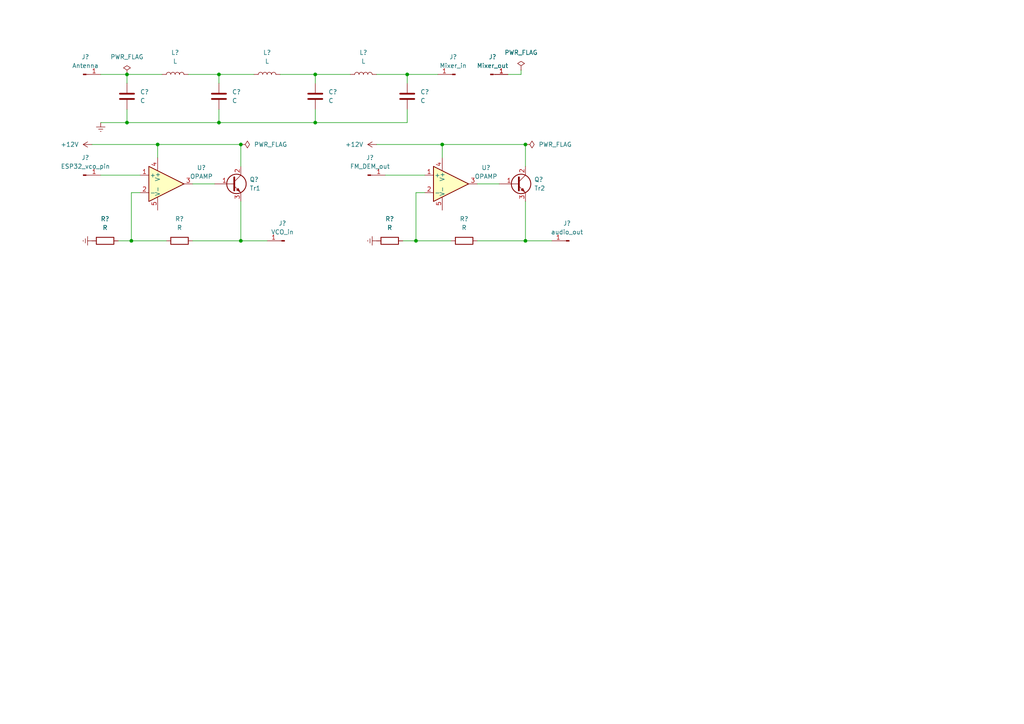
<source format=kicad_sch>
(kicad_sch (version 20211123) (generator eeschema)
  (paper "A4")
  (lib_symbols
    (symbol "Connector:Conn_01x01_Male" (pin_names (offset 1.016) hide)
      (property "Reference" "J" (at 0 2.54 0))
      (property "Value" "Conn_01x01_Male" (at 0 -2.54 0))
      (symbol "Conn_01x01_Male_1_1"
        (polyline (pts (xy 1.27 0) (xy 0.8636 0)) (stroke (width 0.1524)))
        (rectangle (start 0.8636 0.127) (end 0 -0.127) (stroke (width 0.1524)) (fill (type outline)))
        (pin passive line (at 5.08 0 180) (length 3.81) (name "Pin_1") (number "1"))
      )
    )
    (symbol "Device:C" (pin_numbers hide) (pin_names (offset 0.254))
      (property "Reference" "C" (at 0.635 2.54 0))
      (property "Value" "C" (at 0.635 -2.54 0))
      (symbol "C_0_1"
        (polyline (pts (xy -2.032 -0.762) (xy 2.032 -0.762)) (stroke (width 0.508)))
        (polyline (pts (xy -2.032 0.762) (xy 2.032 0.762)) (stroke (width 0.508)))
      )
      (symbol "C_1_1"
        (pin passive line (at 0 3.81 270) (length 2.794) (name "~") (number "1"))
        (pin passive line (at 0 -3.81 90) (length 2.794) (name "~") (number "2"))
      )
    )
    (symbol "Device:L" (pin_numbers hide) (pin_names (offset 1.016) hide)
      (property "Reference" "L" (at -1.27 0 90))
      (property "Value" "L" (at 1.905 0 90))
      (symbol "L_0_1"
        (arc (start 0 -2.54) (mid 0.635 -1.905) (end 0 -1.27))
        (arc (start 0 -1.27) (mid 0.635 -0.635) (end 0 0))
        (arc (start 0 0) (mid 0.635 0.635) (end 0 1.27))
        (arc (start 0 1.27) (mid 0.635 1.905) (end 0 2.54))
      )
      (symbol "L_1_1"
        (pin passive line (at 0 3.81 270) (length 1.27) (name "1") (number "1"))
        (pin passive line (at 0 -3.81 90) (length 1.27) (name "2") (number "2"))
      )
    )
    (symbol "Device:Q_NPN_BCE" (pin_names (offset 0) hide)
      (property "Reference" "Q" (at 5.08 1.27 0))
      (property "Value" "Q_NPN_BCE" (at 5.08 -1.27 0))
      (symbol "Q_NPN_BCE_0_1"
        (polyline (pts (xy 0.635 0.635) (xy 2.54 2.54)))
        (polyline (pts (xy 0.635 -0.635) (xy 2.54 -2.54) (xy 2.54 -2.54)))
        (polyline (pts (xy 0.635 1.905) (xy 0.635 -1.905) (xy 0.635 -1.905)) (stroke (width 0.508)))
        (polyline (pts (xy 1.27 -1.778) (xy 1.778 -1.27) (xy 2.286 -2.286) (xy 1.27 -1.778) (xy 1.27 -1.778)) (fill (type outline)))
        (circle (center 1.27 0) (radius 2.8194) (stroke (width 0.254)))
      )
      (symbol "Q_NPN_BCE_1_1"
        (pin input line (at -5.08 0 0) (length 5.715) (name "B") (number "1"))
        (pin passive line (at 2.54 5.08 270) (length 2.54) (name "C") (number "2"))
        (pin passive line (at 2.54 -5.08 90) (length 2.54) (name "E") (number "3"))
      )
    )
    (symbol "Device:R" (pin_numbers hide) (pin_names (offset 0))
      (property "Reference" "R" (at 2.032 0 90))
      (property "Value" "R" (at 0 0 90))
      (symbol "R_0_1"
        (rectangle (start -1.016 -2.54) (end 1.016 2.54) (stroke (width 0.254)))
      )
      (symbol "R_1_1"
        (pin passive line (at 0 3.81 270) (length 1.27) (name "~") (number "1"))
        (pin passive line (at 0 -3.81 90) (length 1.27) (name "~") (number "2"))
      )
    )
    (symbol "power:+12V" (power) (pin_names (offset 0))
      (property "Value" "+12V" (at 0 3.556 0))
      (symbol "+12V_0_1"
        (polyline (pts (xy -0.762 1.27) (xy 0 2.54)))
        (polyline (pts (xy 0 0) (xy 0 2.54)))
        (polyline (pts (xy 0 2.54) (xy 0.762 1.27)))
      )
      (symbol "+12V_1_1"
        (pin power_in line (at 0 0 90) (length 0) hide (name "+12V") (number "1"))
      )
    )
    (symbol "power:Earth" (power) (pin_names (offset 0))
      (symbol "Earth_0_1"
        (polyline (pts (xy -0.635 -1.905) (xy 0.635 -1.905)))
        (polyline (pts (xy -0.127 -2.54) (xy 0.127 -2.54)))
        (polyline (pts (xy 0 -1.27) (xy 0 0)))
        (polyline (pts (xy 1.27 -1.27) (xy -1.27 -1.27)))
      )
      (symbol "Earth_1_1"
        (pin power_in line (at 0 0 270) (length 0) hide (name "Earth") (number "1"))
      )
    )
    (symbol "power:PWR_FLAG" (power) (pin_numbers hide) (pin_names (offset 0) hide)
      (property "Value" "PWR_FLAG" (at 0 3.81 0))
      (symbol "PWR_FLAG_0_0"
        (pin power_out line (at 0 0 90) (length 0) (name "pwr") (number "1"))
      )
      (symbol "PWR_FLAG_0_1"
        (polyline (pts (xy 0 0) (xy 0 1.27) (xy -1.016 1.905) (xy 0 2.54) (xy 1.016 1.905) (xy 0 1.27)))
      )
    )
    (symbol "pspice:OPAMP" (pin_names (offset 0.254))
      (property "Reference" "U" (at 3.81 3.175 0))
      (property "Value" "OPAMP" (at 3.81 -3.175 0))
      (symbol "OPAMP_0_1"
        (polyline (pts (xy 5.08 0) (xy -5.08 5.08) (xy -5.08 -5.08) (xy 5.08 0)) (stroke (width 0.254)) (fill (type background)))
      )
      (symbol "OPAMP_1_1"
        (pin input line (at -7.62 2.54 0) (length 2.54) (name "+") (number "1"))
        (pin input line (at -7.62 -2.54 0) (length 2.54) (name "-") (number "2"))
        (pin output line (at 7.62 0 180) (length 2.54) (name "~") (number "3"))
        (pin power_in line (at -2.54 7.62 270) (length 3.81) (name "V+") (number "4"))
        (pin power_in line (at -2.54 -7.62 90) (length 3.81) (name "V-") (number "5"))
      )
    )
  )
  (junction (at 63.5 35.56))
  (junction (at 69.85 69.85))
  (junction (at 152.4 41.91))
  (junction (at 91.44 35.56))
  (junction (at 118.11 21.59))
  (junction (at 128.27 41.91))
  (junction (at 120.65 69.85))
  (junction (at 36.83 21.59))
  (junction (at 36.83 35.56))
  (junction (at 152.4 69.85))
  (junction (at 63.5 21.59))
  (junction (at 69.85 41.91))
  (junction (at 91.44 21.59))
  (junction (at 38.1 69.85))
  (junction (at 45.72 41.91))
  (wire (pts (xy 54.61 21.59) (xy 63.5 21.59)))
  (wire (pts (xy 151.13 20.32) (xy 151.13 21.59)))
  (wire (pts (xy 128.27 41.91) (xy 152.4 41.91)))
  (wire (pts (xy 138.43 53.34) (xy 144.78 53.34)))
  (wire (pts (xy 38.1 55.88) (xy 40.64 55.88)))
  (wire (pts (xy 29.21 35.56) (xy 36.83 35.56)))
  (wire (pts (xy 45.72 41.91) (xy 69.85 41.91)))
  (wire (pts (xy 118.11 21.59) (xy 127 21.59)))
  (wire (pts (xy 109.22 41.91) (xy 128.27 41.91)))
  (wire (pts (xy 38.1 69.85) (xy 38.1 55.88)))
  (wire (pts (xy 118.11 35.56) (xy 118.11 31.75)))
  (wire (pts (xy 118.11 21.59) (xy 118.11 24.13)))
  (wire (pts (xy 109.22 21.59) (xy 118.11 21.59)))
  (wire (pts (xy 55.88 53.34) (xy 62.23 53.34)))
  (wire (pts (xy 120.65 69.85) (xy 120.65 55.88)))
  (wire (pts (xy 91.44 21.59) (xy 91.44 24.13)))
  (wire (pts (xy 138.43 69.85) (xy 152.4 69.85)))
  (wire (pts (xy 152.4 41.91) (xy 152.4 48.26)))
  (wire (pts (xy 63.5 21.59) (xy 73.66 21.59)))
  (wire (pts (xy 91.44 31.75) (xy 91.44 35.56)))
  (wire (pts (xy 116.84 69.85) (xy 120.65 69.85)))
  (wire (pts (xy 36.83 21.59) (xy 46.99 21.59)))
  (wire (pts (xy 91.44 21.59) (xy 101.6 21.59)))
  (wire (pts (xy 55.88 69.85) (xy 69.85 69.85)))
  (wire (pts (xy 63.5 35.56) (xy 91.44 35.56)))
  (wire (pts (xy 69.85 41.91) (xy 69.85 48.26)))
  (wire (pts (xy 63.5 21.59) (xy 63.5 24.13)))
  (wire (pts (xy 128.27 41.91) (xy 128.27 45.72)))
  (wire (pts (xy 34.29 69.85) (xy 38.1 69.85)))
  (wire (pts (xy 120.65 69.85) (xy 130.81 69.85)))
  (wire (pts (xy 36.83 35.56) (xy 63.5 35.56)))
  (wire (pts (xy 91.44 35.56) (xy 118.11 35.56)))
  (wire (pts (xy 81.28 21.59) (xy 91.44 21.59)))
  (wire (pts (xy 69.85 69.85) (xy 77.47 69.85)))
  (wire (pts (xy 123.19 50.8) (xy 111.76 50.8)))
  (wire (pts (xy 26.67 41.91) (xy 45.72 41.91)))
  (wire (pts (xy 120.65 55.88) (xy 123.19 55.88)))
  (wire (pts (xy 38.1 69.85) (xy 48.26 69.85)))
  (wire (pts (xy 36.83 21.59) (xy 36.83 24.13)))
  (wire (pts (xy 40.64 50.8) (xy 29.21 50.8)))
  (wire (pts (xy 152.4 58.42) (xy 152.4 69.85)))
  (wire (pts (xy 151.13 21.59) (xy 147.32 21.59)))
  (wire (pts (xy 69.85 58.42) (xy 69.85 69.85)))
  (wire (pts (xy 63.5 31.75) (xy 63.5 35.56)))
  (wire (pts (xy 29.21 21.59) (xy 36.83 21.59)))
  (wire (pts (xy 152.4 69.85) (xy 160.02 69.85)))
  (wire (pts (xy 36.83 31.75) (xy 36.83 35.56)))
  (wire (pts (xy 45.72 41.91) (xy 45.72 45.72)))
  (symbol (lib_id "pspice:OPAMP") (at 48.26 53.34 0) (unit 1)
    (property "Reference" "U?" (at 58.42 48.641 0))
    (property "Value" "OPAMP" (at 58.42 51.181 0))
  )
  (symbol (lib_id "pspice:OPAMP") (at 130.81 53.34 0) (unit 1)
    (property "Reference" "U?" (at 140.97 48.641 0))
    (property "Value" "OPAMP" (at 140.97 51.181 0))
  )
  (symbol (lib_id "Device:R") (at 113.03 69.85 270) (unit 1)
    (property "Reference" "R?" (at 113.03 63.5 90))
    (property "Value" "R" (at 113.03 66.04 90))
  )
  (symbol (lib_id "Device:C") (at 63.5 27.94 0) (unit 1)
    (property "Reference" "C?" (at 67.31 26.6699 0) (effects (justify left)))
    (property "Value" "C" (at 67.31 29.2099 0) (effects (justify left)))
  )
  (symbol (lib_id "Device:C") (at 118.11 27.94 0) (unit 1)
    (property "Reference" "C?" (at 121.92 26.6699 0) (effects (justify left)))
    (property "Value" "C" (at 121.92 29.2099 0) (effects (justify left)))
  )
  (symbol (lib_id "Connector:Conn_01x01_Male") (at 106.68 50.8 0) (unit 1)
    (property "Reference" "J?" (at 107.315 45.72 0))
    (property "Value" "FM_DEM_out" (at 107.315 48.26 0))
  )
  (symbol (lib_id "power:+12V") (at 26.67 41.91 90) (unit 1)
    (property "Reference" "#PWR?" (effects hide))
    (property "Value" "+12V" (at 22.86 41.9099 90) (effects (justify left)))
  )
  (symbol (lib_id "Device:L") (at 77.47 21.59 90) (unit 1)
    (property "Reference" "L?" (at 77.47 15.24 90))
    (property "Value" "L" (at 77.47 17.78 90))
  )
  (symbol (lib_id "Connector:Conn_01x01_Male") (at 142.24 21.59 0) (unit 1)
    (property "Reference" "J?" (at 142.875 16.51 0))
    (property "Value" "Mixer_out" (at 142.875 19.05 0))
  )
  (symbol (lib_id "Device:R") (at 52.07 69.85 90) (unit 1)
    (property "Reference" "R?" (at 52.07 63.5 90))
    (property "Value" "R" (at 52.07 66.04 90))
  )
  (symbol (lib_id "Device:R") (at 134.62 69.85 90) (unit 1)
    (property "Reference" "R?" (at 134.62 63.5 90))
    (property "Value" "R" (at 134.62 66.04 90))
  )
  (symbol (lib_id "power:PWR_FLAG") (at 151.13 20.32 0) (unit 1)
    (property "Reference" "#FLG?" (effects hide))
    (property "Value" "PWR_FLAG" (at 151.13 15.24 0))
  )
  (symbol (lib_id "power:Earth") (at 29.21 35.56 0) (unit 1)
    (property "Reference" "#PWR?" (effects hide))
    (property "Value" "Earth" (effects hide))
  )
  (symbol (lib_id "power:PWR_FLAG") (at 69.85 41.91 270) (unit 1)
    (property "Reference" "#FLG?" (effects hide))
    (property "Value" "PWR_FLAG" (at 73.66 41.9099 90) (effects (justify left)))
  )
  (symbol (lib_id "Device:Q_NPN_BCE") (at 149.86 53.34 0) (unit 1)
    (property "Reference" "Q?" (at 154.94 52.0699 0) (effects (justify left)))
    (property "Value" "Tr2" (at 154.94 54.6099 0) (effects (justify left)))
  )
  (symbol (lib_id "power:PWR_FLAG") (at 36.83 21.59 0) (unit 1)
    (property "Reference" "#FLG?" (effects hide))
    (property "Value" "PWR_FLAG" (at 36.83 16.51 0))
  )
  (symbol (lib_id "Connector:Conn_01x01_Male") (at 24.13 50.8 0) (unit 1)
    (property "Reference" "J?" (at 24.765 45.72 0))
    (property "Value" "ESP32_vco_pin" (at 24.765 48.26 0))
  )
  (symbol (lib_id "Connector:Conn_01x01_Male") (at 82.55 69.85 180) (unit 1)
    (property "Reference" "J?" (at 81.915 64.77 0))
    (property "Value" "VCO_in" (at 81.915 67.31 0))
  )
  (symbol (lib_id "Device:C") (at 36.83 27.94 0) (unit 1)
    (property "Reference" "C?" (at 40.64 26.6699 0) (effects (justify left)))
    (property "Value" "C" (at 40.64 29.2099 0) (effects (justify left)))
  )
  (symbol (lib_id "Connector:Conn_01x01_Male") (at 165.1 69.85 180) (unit 1)
    (property "Reference" "J?" (at 164.465 64.77 0))
    (property "Value" "audio_out" (at 164.465 67.31 0))
  )
  (symbol (lib_id "Device:C") (at 91.44 27.94 0) (unit 1)
    (property "Reference" "C?" (at 95.25 26.6699 0) (effects (justify left)))
    (property "Value" "C" (at 95.25 29.2099 0) (effects (justify left)))
  )
  (symbol (lib_id "Device:L") (at 50.8 21.59 90) (unit 1)
    (property "Reference" "L?" (at 50.8 15.24 90))
    (property "Value" "L" (at 50.8 17.78 90))
  )
  (symbol (lib_id "Device:R") (at 30.48 69.85 270) (unit 1)
    (property "Reference" "R?" (at 30.48 63.5 90))
    (property "Value" "R" (at 30.48 66.04 90))
  )
  (symbol (lib_id "Device:Q_NPN_BCE") (at 67.31 53.34 0) (unit 1)
    (property "Reference" "Q?" (at 72.39 52.0699 0) (effects (justify left)))
    (property "Value" "Tr1" (at 72.39 54.6099 0) (effects (justify left)))
  )
  (symbol (lib_id "Connector:Conn_01x01_Male") (at 132.08 21.59 180) (unit 1)
    (property "Reference" "J?" (at 131.445 16.51 0))
    (property "Value" "Mixer_in" (at 131.445 19.05 0))
  )
  (symbol (lib_id "Connector:Conn_01x01_Male") (at 24.13 21.59 0) (unit 1)
    (property "Reference" "J?" (at 24.765 16.51 0))
    (property "Value" "Antenna" (at 24.765 19.05 0))
  )
  (symbol (lib_id "power:Earth") (at 109.22 69.85 270) (unit 1)
    (property "Reference" "#PWR?" (effects hide))
    (property "Value" "Earth" (effects hide))
  )
  (symbol (lib_id "power:+12V") (at 109.22 41.91 90) (unit 1)
    (property "Reference" "#PWR?" (effects hide))
    (property "Value" "+12V" (at 105.41 41.9099 90) (effects (justify left)))
  )
  (symbol (lib_id "power:PWR_FLAG") (at 152.4 41.91 270) (unit 1)
    (property "Reference" "#FLG?" (effects hide))
    (property "Value" "PWR_FLAG" (at 156.21 41.9099 90) (effects (justify left)))
  )
  (symbol (lib_id "Device:L") (at 105.41 21.59 90) (unit 1)
    (property "Reference" "L?" (at 105.41 15.24 90))
    (property "Value" "L" (at 105.41 17.78 90))
  )
  (symbol (lib_id "power:Earth") (at 26.67 69.85 270) (unit 1)
    (property "Reference" "#PWR?" (effects hide))
    (property "Value" "Earth" (effects hide))
  )
)
</source>
